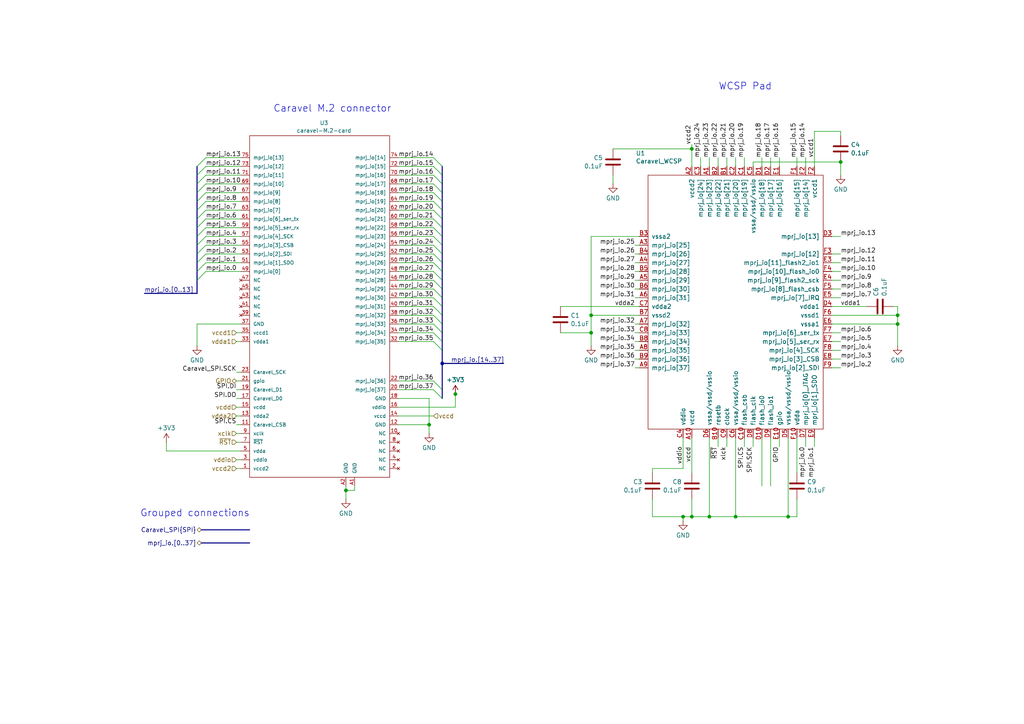
<source format=kicad_sch>
(kicad_sch (version 20231120) (generator "eeschema") (generator_version "8.0")
  (paper "A4")
  (title_block (title "Caravel Connections") (date "2024-05-30") (rev "0.1"))
  (lib_symbols
    (symbol "Caravel_board:Caravel_WCSP" (pin_names (offset 1.016))
      (property "Reference" "U" (at 0 2.54 0))
      (property "Value" "Caravel_WCSP" (at 0 -2.54 0))
      (symbol "Caravel_WCSP_0_1"
        (rectangle (start -24.13 31.75) (end 26.67 -41.91))
      )
      (symbol "Caravel_WCSP_1_1"
        (pin bidirectional line (at -6.35 34.29 270) (length 2.54) (name "mprj_io[23]") (number "A1"))
        (pin power_in line (at -11.43 -44.45 90) (length 2.54) (name "vccd") (number "A10"))
        (pin power_in line (at -11.43 34.29 270) (length 2.54) (name "vccd2") (number "A2"))
        (pin bidirectional line (at -26.67 11.43 0) (length 2.54) (name "mprj_io[25]") (number "A3"))
        (pin bidirectional line (at -26.67 6.35 0) (length 2.54) (name "mprj_io[27]") (number "A4"))
        (pin bidirectional line (at -26.67 1.27 0) (length 2.54) (name "mprj_io[29]") (number "A5"))
        (pin bidirectional line (at -26.67 -3.81 0) (length 2.54) (name "mprj_io[31]") (number "A6"))
        (pin bidirectional line (at -26.67 -11.43 0) (length 2.54) (name "mprj_io[32]") (number "A7"))
        (pin bidirectional line (at -26.67 -19.05 0) (length 2.54) (name "mprj_io[35]") (number "A8"))
        (pin bidirectional line (at -26.67 -24.13 0) (length 2.54) (name "mprj_io[37]") (number "A9"))
        (pin bidirectional line (at -1.27 34.29 270) (length 2.54) (name "mprj_io[21]") (number "B1"))
        (pin input line (at -3.81 -44.45 90) (length 2.54) (name "resetb") (number "B10"))
        (pin bidirectional line (at -3.81 34.29 270) (length 2.54) (name "mprj_io[22]") (number "B2"))
        (pin power_in line (at -26.67 13.97 0) (length 2.54) (name "vssa2") (number "B3"))
        (pin bidirectional line (at -26.67 8.89 0) (length 2.54) (name "mprj_io[26]") (number "B4"))
        (pin bidirectional line (at -26.67 3.81 0) (length 2.54) (name "mprj_io[28]") (number "B5"))
        (pin bidirectional line (at -26.67 -1.27 0) (length 2.54) (name "mprj_io[30]") (number "B6"))
        (pin power_in line (at -26.67 -8.89 0) (length 2.54) (name "vssd2") (number "B7"))
        (pin bidirectional line (at -26.67 -16.51 0) (length 2.54) (name "mprj_io[34]") (number "B8"))
        (pin bidirectional line (at -26.67 -21.59 0) (length 2.54) (name "mprj_io[36]") (number "B9"))
        (pin bidirectional line (at 3.81 34.29 270) (length 2.54) (name "mprj_io[19]") (number "C1"))
        (pin output line (at 3.81 -44.45 90) (length 2.54) (name "flash_csb") (number "C10"))
        (pin bidirectional line (at 1.27 34.29 270) (length 2.54) (name "mprj_io[20]") (number "C2"))
        (pin bidirectional line (at -8.89 34.29 270) (length 2.54) (name "mprj_io[24]") (number "C3"))
        (pin power_in line (at -13.97 -44.45 90) (length 2.54) (name "vddio") (number "C4"))
        (pin power_in line (at 6.35 34.29 270) (length 2.54) (name "vssa/vssd/vssio") (number "C5"))
        (pin power_in line (at 1.27 -44.45 90) (length 2.54) (name "vssa/vssd/vssio") (number "C6"))
        (pin power_in line (at -26.67 -6.35 0) (length 2.54) (name "vdda2") (number "C7"))
        (pin bidirectional line (at -26.67 -13.97 0) (length 2.54) (name "mprj_io[33]") (number "C8"))
        (pin input line (at -1.27 -44.45 90) (length 2.54) (name "clock") (number "C9"))
        (pin bidirectional line (at 8.89 34.29 270) (length 2.54) (name "mprj_io[18]") (number "D1"))
        (pin bidirectional line (at 8.89 -44.45 90) (length 2.54) (name "flash_io0") (number "D10"))
        (pin bidirectional line (at 11.43 34.29 270) (length 2.54) (name "mprj_io[17]") (number "D2"))
        (pin bidirectional line (at 29.21 13.97 180) (length 2.54) (name "mprj_io[13]") (number "D3"))
        (pin power_in line (at 29.21 -6.35 180) (length 2.54) (name "vdda1") (number "D4"))
        (pin power_in line (at 16.51 -44.45 90) (length 2.54) (name "vssa/vssd/vssio") (number "D5"))
        (pin power_in line (at -6.35 -44.45 90) (length 2.54) (name "vssa/vssd/vssio") (number "D6"))
        (pin bidirectional line (at 21.59 -44.45 90) (length 2.54) (name "mprj_io[0]_JTAG") (number "D7"))
        (pin output line (at 6.35 -44.45 90) (length 2.54) (name "flash_clk") (number "D8"))
        (pin bidirectional line (at 11.43 -44.45 90) (length 2.54) (name "flash_io1") (number "D9"))
        (pin bidirectional line (at 13.97 34.29 270) (length 2.54) (name "mprj_io[16]") (number "E1"))
        (pin bidirectional line (at 13.97 -44.45 90) (length 2.54) (name "gpio") (number "E10"))
        (pin bidirectional line (at 21.59 34.29 270) (length 2.54) (name "mprj_io[14]") (number "E2"))
        (pin bidirectional line (at 29.21 6.35 180) (length 2.54) (name "mprj_io[11]_flash2_io1") (number "E3"))
        (pin bidirectional line (at 29.21 1.27 180) (length 2.54) (name "mprj_io[9]_flash2_sck") (number "E4"))
        (pin bidirectional line (at 29.21 -3.81 180) (length 2.54) (name "mprj_io[7]_IRQ") (number "E5"))
        (pin power_in line (at 29.21 -11.43 180) (length 2.54) (name "vssa1") (number "E6"))
        (pin bidirectional line (at 29.21 -16.51 180) (length 2.54) (name "mprj_io[5]_ser_rx") (number "E7"))
        (pin bidirectional line (at 29.21 -21.59 180) (length 2.54) (name "mprj_io[3]_CSB") (number "E8"))
        (pin bidirectional line (at 24.13 -44.45 90) (length 2.54) (name "mprj_io[1]_SDO") (number "E9"))
        (pin bidirectional line (at 19.05 34.29 270) (length 2.54) (name "mprj_io[15]") (number "F1"))
        (pin power_in line (at 19.05 -44.45 90) (length 2.54) (name "vdda") (number "F10"))
        (pin power_in line (at 24.13 34.29 270) (length 2.54) (name "vccd1") (number "F2"))
        (pin bidirectional line (at 29.21 8.89 180) (length 2.54) (name "mprj_io[12]") (number "F3"))
        (pin bidirectional line (at 29.21 3.81 180) (length 2.54) (name "mprj_io[10]_flash_io0") (number "F4"))
        (pin bidirectional line (at 29.21 -1.27 180) (length 2.54) (name "mprj_io[8]_flash_csb") (number "F5"))
        (pin power_in line (at 29.21 -8.89 180) (length 2.54) (name "vssd1") (number "F6"))
        (pin bidirectional line (at 29.21 -13.97 180) (length 2.54) (name "mprj_io[6]_ser_tx") (number "F7"))
        (pin bidirectional line (at 29.21 -19.05 180) (length 2.54) (name "mprj_io[4]_SCK") (number "F8"))
        (pin bidirectional line (at 29.21 -24.13 180) (length 2.54) (name "mprj_io[2]_SDI") (number "F9"))
      )
    )
    (symbol "Caravel_board:caravel-M.2-card" (pin_names (offset 1.016))
      (property "Reference" "U" (at -19.05 53.848 0))
      (property "Value" "caravel-M.2-card" (at -19.05 -48.26 0))
      (symbol "caravel-M.2-card_1_0"
        (polyline (pts (xy -21.59 -45.72) (xy -21.59 53.34)))
        (polyline (pts (xy -21.59 53.34) (xy 19.05 53.34)))
        (polyline (pts (xy 19.05 -45.72) (xy -21.59 -45.72)))
        (polyline (pts (xy 19.05 53.34) (xy 19.05 -45.72)))
      )
      (symbol "caravel-M.2-card_1_1"
        (pin power_in line (at -24.13 -43.18 0) (length 2.54) (name "vccd2") (number "1"))
        (pin no_connect line (at 21.59 -33.02 180) (length 2.54) (name "NC") (number "10"))
        (pin bidirectional line (at -24.13 -30.48 0) (length 2.54) (name "Caravel_CSB") (number "11"))
        (pin power_in line (at 21.59 -30.48 180) (length 2.54) (name "GND") (number "12"))
        (pin power_in line (at -24.13 -27.94 0) (length 2.54) (name "vdda2") (number "13"))
        (pin power_in line (at 21.59 -27.94 180) (length 2.54) (name "vccd") (number "14"))
        (pin power_in line (at -24.13 -25.4 0) (length 2.54) (name "vcdd") (number "15"))
        (pin power_in line (at 21.59 -25.4 180) (length 2.54) (name "vddio") (number "16"))
        (pin bidirectional line (at -24.13 -22.86 0) (length 2.54) (name "Caravel_D0") (number "17"))
        (pin power_in line (at 21.59 -22.86 180) (length 2.54) (name "GND") (number "18"))
        (pin bidirectional line (at -24.13 -20.32 0) (length 2.54) (name "Caravel_D1") (number "19"))
        (pin no_connect line (at 21.59 -43.18 180) (length 2.54) (name "NC") (number "2"))
        (pin bidirectional line (at 21.59 -20.32 180) (length 2.54) (name "mprj_io[37]") (number "20"))
        (pin bidirectional line (at -24.13 -17.78 0) (length 2.54) (name "gpio") (number "21"))
        (pin bidirectional line (at 21.59 -17.78 180) (length 2.54) (name "mprj_io[36]") (number "22"))
        (pin bidirectional line (at -24.13 -15.24 0) (length 2.54) (name "Caravel_SCK") (number "23"))
        (pin power_in line (at -24.13 -40.64 0) (length 2.54) (name "vddio") (number "3"))
        (pin bidirectional line (at 21.59 -6.35 180) (length 2.54) (name "mprj_io[35]") (number "32"))
        (pin power_in line (at -24.13 -6.35 0) (length 2.54) (name "vdda1") (number "33"))
        (pin bidirectional line (at 21.59 -3.81 180) (length 2.54) (name "mprj_io[34]") (number "34"))
        (pin power_in line (at -24.13 -3.81 0) (length 2.54) (name "vccd1") (number "35"))
        (pin bidirectional line (at 21.59 -1.27 180) (length 2.54) (name "mprj_io[33]") (number "36"))
        (pin power_in line (at -24.13 -1.27 0) (length 2.54) (name "GND") (number "37"))
        (pin bidirectional line (at 21.59 1.27 180) (length 2.54) (name "mprj_io[32]") (number "38"))
        (pin no_connect line (at -24.13 1.27 0) (length 2.54) (name "NC") (number "39"))
        (pin no_connect line (at 21.59 -40.64 180) (length 2.54) (name "NC") (number "4"))
        (pin bidirectional line (at 21.59 3.81 180) (length 2.54) (name "mprj_io[31]") (number "40"))
        (pin no_connect line (at -24.13 3.81 0) (length 2.54) (name "NC") (number "41"))
        (pin bidirectional line (at 21.59 6.35 180) (length 2.54) (name "mprj_io[30]") (number "42"))
        (pin no_connect line (at -24.13 6.35 0) (length 2.54) (name "NC") (number "43"))
        (pin bidirectional line (at 21.59 8.89 180) (length 2.54) (name "mprj_io[29]") (number "44"))
        (pin no_connect line (at -24.13 8.89 0) (length 2.54) (name "NC") (number "45"))
        (pin bidirectional line (at 21.59 11.43 180) (length 2.54) (name "mprj_io[28]") (number "46"))
        (pin no_connect line (at -24.13 11.43 0) (length 2.54) (name "NC") (number "47"))
        (pin bidirectional line (at 21.59 13.97 180) (length 2.54) (name "mprj_io[27]") (number "48"))
        (pin bidirectional line (at -24.13 13.97 0) (length 2.54) (name "mprj_io[0]") (number "49"))
        (pin power_in line (at -24.13 -38.1 0) (length 2.54) (name "vdda") (number "5"))
        (pin bidirectional line (at 21.59 16.51 180) (length 2.54) (name "mprj_io[26]") (number "50"))
        (pin bidirectional line (at -24.13 16.51 0) (length 2.54) (name "mprj_io[1]_SDO") (number "51"))
        (pin bidirectional line (at 21.59 19.05 180) (length 2.54) (name "mprj_io[25]") (number "52"))
        (pin bidirectional line (at -24.13 19.05 0) (length 2.54) (name "mprj_io[2]_SDI") (number "53"))
        (pin bidirectional line (at 21.59 21.59 180) (length 2.54) (name "mprj_io[24]") (number "54"))
        (pin bidirectional line (at -24.13 21.59 0) (length 2.54) (name "mprj_io[3]_CSB") (number "55"))
        (pin bidirectional line (at 21.59 24.13 180) (length 2.54) (name "mprj_io[23]") (number "56"))
        (pin bidirectional line (at -24.13 24.13 0) (length 2.54) (name "mprj_io[4]_SCK") (number "57"))
        (pin bidirectional line (at 21.59 26.67 180) (length 2.54) (name "mprj_io[22]") (number "58"))
        (pin bidirectional line (at -24.13 26.67 0) (length 2.54) (name "mprj_io[5]_ser_rx") (number "59"))
        (pin no_connect line (at 21.59 -38.1 180) (length 2.54) (name "NC") (number "6"))
        (pin bidirectional line (at 21.59 29.21 180) (length 2.54) (name "mprj_io[21]") (number "60"))
        (pin bidirectional line (at -24.13 29.21 0) (length 2.54) (name "mprj_io[6]_ser_tx") (number "61"))
        (pin bidirectional line (at 21.59 31.75 180) (length 2.54) (name "mprj_io[20]") (number "62"))
        (pin bidirectional line (at -24.13 31.75 0) (length 2.54) (name "mprj_io[7]") (number "63"))
        (pin bidirectional line (at 21.59 34.29 180) (length 2.54) (name "mprj_io[19]") (number "64"))
        (pin bidirectional line (at -24.13 34.29 0) (length 2.54) (name "mprj_io[8]") (number "65"))
        (pin bidirectional line (at 21.59 36.83 180) (length 2.54) (name "mprj_io[18]") (number "66"))
        (pin bidirectional line (at -24.13 36.83 0) (length 2.54) (name "mprj_io[9]") (number "67"))
        (pin bidirectional line (at 21.59 39.37 180) (length 2.54) (name "mprj_io[17]") (number "68"))
        (pin bidirectional line (at -24.13 39.37 0) (length 2.54) (name "mprj_io[10]") (number "69"))
        (pin input line (at -24.13 -35.56 0) (length 2.54) (name "~{RST}") (number "7"))
        (pin bidirectional line (at 21.59 41.91 180) (length 2.54) (name "mprj_io[16]") (number "70"))
        (pin bidirectional line (at -24.13 41.91 0) (length 2.54) (name "mprj_io[11]") (number "71"))
        (pin bidirectional line (at 21.59 44.45 180) (length 2.54) (name "mprj_io[15]") (number "72"))
        (pin bidirectional line (at -24.13 44.45 0) (length 2.54) (name "mprj_io[12]") (number "73"))
        (pin bidirectional line (at 21.59 46.99 180) (length 2.54) (name "mprj_io[14]") (number "74"))
        (pin bidirectional line (at -24.13 46.99 0) (length 2.54) (name "mprj_io[13]") (number "75"))
        (pin no_connect line (at 21.59 -35.56 180) (length 2.54) (name "NC") (number "8"))
        (pin input line (at -24.13 -33.02 0) (length 2.54) (name "xclk") (number "9"))
        (pin power_in line (at 8.89 -48.26 90) (length 2.54) (name "GND") (number "A1"))
        (pin power_in line (at 6.35 -48.26 90) (length 2.54) (name "GND") (number "A2"))
      )
    )
    (symbol "Device:C" (pin_numbers hide) (pin_names (offset 0.254))
      (property "Reference" "C" (at 0.635 2.54 0))
      (property "Value" "C" (at 0.635 -2.54 0))
      (symbol "C_0_1"
        (polyline (pts (xy -2.032 -0.762) (xy 2.032 -0.762)) (stroke (width 0.508)))
        (polyline (pts (xy -2.032 0.762) (xy 2.032 0.762)) (stroke (width 0.508)))
      )
      (symbol "C_1_1"
        (pin passive line (at 0 3.81 270) (length 2.794) (name "~") (number "1"))
        (pin passive line (at 0 -3.81 90) (length 2.794) (name "~") (number "2"))
      )
    )
    (symbol "power:+3V3" (power) (pin_numbers hide) (pin_names (offset 0) hide)
      (property "Value" "+3V3" (at 0 3.556 0))
      (symbol "+3V3_0_1"
        (polyline (pts (xy -0.762 1.27) (xy 0 2.54)))
        (polyline (pts (xy 0 0) (xy 0 2.54)))
        (polyline (pts (xy 0 2.54) (xy 0.762 1.27)))
      )
      (symbol "+3V3_1_1"
        (pin power_in line (at 0 0 90) (length 0) (name "~") (number "1"))
      )
    )
    (symbol "power:GND" (power) (pin_numbers hide) (pin_names (offset 0) hide)
      (property "Value" "GND" (at 0 -3.81 0))
      (symbol "GND_0_1"
        (polyline (pts (xy 0 0) (xy 0 -1.27) (xy 1.27 -1.27) (xy 0 -2.54) (xy -1.27 -1.27) (xy 0 -1.27)))
      )
      (symbol "GND_1_1"
        (pin power_in line (at 0 0 270) (length 0) (name "~") (number "1"))
      )
    )
  )
  (junction (at 200.66 43.18))
  (junction (at 198.12 149.86))
  (junction (at 243.84 46.99))
  (junction (at 228.6 149.86))
  (junction (at 128.27 105.41))
  (junction (at 100.33 142.24))
  (junction (at 260.35 91.44))
  (junction (at 171.45 96.52))
  (junction (at 171.45 91.44))
  (junction (at 200.66 149.86))
  (junction (at 132.08 114.3))
  (junction (at 260.35 93.98))
  (junction (at 213.36 149.86))
  (junction (at 124.46 123.19))
  (junction (at 205.74 149.86))
  (bus_entry (at 125.73 88.9) (size 2.54 2.54))
  (bus_entry (at 59.69 50.8) (size -2.54 2.54))
  (bus_entry (at 125.73 91.44) (size 2.54 2.54))
  (bus_entry (at 125.73 73.66) (size 2.54 2.54))
  (bus_entry (at 125.73 55.88) (size 2.54 2.54))
  (bus_entry (at 59.69 55.88) (size -2.54 2.54))
  (bus_entry (at 125.73 113.03) (size 2.54 2.54))
  (bus_entry (at 59.69 60.96) (size -2.54 2.54))
  (bus_entry (at 125.73 96.52) (size 2.54 2.54))
  (bus_entry (at 125.73 63.5) (size 2.54 2.54))
  (bus_entry (at 125.73 71.12) (size 2.54 2.54))
  (bus_entry (at 59.69 58.42) (size -2.54 2.54))
  (bus_entry (at 59.69 63.5) (size -2.54 2.54))
  (bus_entry (at 125.73 58.42) (size 2.54 2.54))
  (bus_entry (at 125.73 93.98) (size 2.54 2.54))
  (bus_entry (at 59.69 71.12) (size -2.54 2.54))
  (bus_entry (at 125.73 86.36) (size 2.54 2.54))
  (bus_entry (at 125.73 78.74) (size 2.54 2.54))
  (bus_entry (at 125.73 110.49) (size 2.54 2.54))
  (bus_entry (at 125.73 83.82) (size 2.54 2.54))
  (bus_entry (at 125.73 68.58) (size 2.54 2.54))
  (bus_entry (at 125.73 76.2) (size 2.54 2.54))
  (bus_entry (at 125.73 81.28) (size 2.54 2.54))
  (bus_entry (at 59.69 45.72) (size -2.54 2.54))
  (bus_entry (at 59.69 48.26) (size -2.54 2.54))
  (bus_entry (at 59.69 66.04) (size -2.54 2.54))
  (bus_entry (at 125.73 60.96) (size 2.54 2.54))
  (bus_entry (at 59.69 68.58) (size -2.54 2.54))
  (bus_entry (at 59.69 76.2) (size -2.54 2.54))
  (bus_entry (at 59.69 53.34) (size -2.54 2.54))
  (bus_entry (at 125.73 48.26) (size 2.54 2.54))
  (bus_entry (at 125.73 53.34) (size 2.54 2.54))
  (bus_entry (at 125.73 99.06) (size 2.54 2.54))
  (bus_entry (at 125.73 45.72) (size 2.54 2.54))
  (bus_entry (at 59.69 73.66) (size -2.54 2.54))
  (bus_entry (at 125.73 66.04) (size 2.54 2.54))
  (bus_entry (at 125.73 50.8) (size 2.54 2.54))
  (bus_entry (at 59.69 78.74) (size -2.54 2.54))
  (bus (pts (xy 128.27 78.74) (xy 128.27 81.28)))
  (bus (pts (xy 128.27 73.66) (xy 128.27 76.2)))
  (wire (pts (xy 171.45 91.44) (xy 185.42 91.44)))
  (wire (pts (xy 228.6 149.86) (xy 213.36 149.86)))
  (wire (pts (xy 243.84 38.1) (xy 243.84 39.37)))
  (wire (pts (xy 68.58 110.49) (xy 69.85 110.49)))
  (wire (pts (xy 243.84 78.74) (xy 241.3 78.74)))
  (wire (pts (xy 200.66 149.86) (xy 205.74 149.86)))
  (bus (pts (xy 128.27 50.8) (xy 128.27 53.34)))
  (wire (pts (xy 236.22 38.1) (xy 236.22 48.26)))
  (wire (pts (xy 228.6 127) (xy 228.6 149.86)))
  (wire (pts (xy 260.35 93.98) (xy 260.35 100.33)))
  (bus (pts (xy 58.42 153.67) (xy 72.39 153.67)))
  (wire (pts (xy 243.84 101.6) (xy 241.3 101.6)))
  (wire (pts (xy 200.66 43.18) (xy 200.66 48.26)))
  (wire (pts (xy 68.58 118.11) (xy 69.85 118.11)))
  (bus (pts (xy 57.15 68.58) (xy 57.15 71.12)))
  (bus (pts (xy 58.42 157.48) (xy 72.39 157.48)))
  (wire (pts (xy 177.8 43.18) (xy 200.66 43.18)))
  (wire (pts (xy 57.15 93.98) (xy 57.15 100.33)))
  (wire (pts (xy 184.15 96.52) (xy 185.42 96.52)))
  (wire (pts (xy 260.35 93.98) (xy 260.35 91.44)))
  (bus (pts (xy 57.15 63.5) (xy 57.15 66.04)))
  (wire (pts (xy 226.06 127) (xy 226.06 129.54)))
  (bus (pts (xy 128.27 58.42) (xy 128.27 60.96)))
  (wire (pts (xy 184.15 93.98) (xy 185.42 93.98)))
  (wire (pts (xy 115.57 73.66) (xy 125.73 73.66)))
  (wire (pts (xy 231.14 149.86) (xy 228.6 149.86)))
  (wire (pts (xy 59.69 45.72) (xy 69.85 45.72)))
  (wire (pts (xy 241.3 88.9) (xy 251.46 88.9)))
  (bus (pts (xy 128.27 101.6) (xy 128.27 105.41)))
  (wire (pts (xy 198.12 149.86) (xy 198.12 151.13)))
  (bus (pts (xy 57.15 78.74) (xy 57.15 81.28)))
  (wire (pts (xy 162.56 88.9) (xy 185.42 88.9)))
  (wire (pts (xy 184.15 104.14) (xy 185.42 104.14)))
  (wire (pts (xy 132.08 114.3) (xy 132.08 118.11)))
  (wire (pts (xy 241.3 96.52) (xy 243.84 96.52)))
  (wire (pts (xy 205.74 149.86) (xy 213.36 149.86)))
  (wire (pts (xy 241.3 93.98) (xy 260.35 93.98)))
  (wire (pts (xy 184.15 71.12) (xy 185.42 71.12)))
  (bus (pts (xy 57.15 71.12) (xy 57.15 73.66)))
  (wire (pts (xy 115.57 118.11) (xy 132.08 118.11)))
  (wire (pts (xy 200.66 144.78) (xy 200.66 149.86)))
  (bus (pts (xy 128.27 71.12) (xy 128.27 73.66)))
  (wire (pts (xy 223.52 45.72) (xy 223.52 48.26)))
  (wire (pts (xy 69.85 99.06) (xy 68.58 99.06)))
  (wire (pts (xy 59.69 73.66) (xy 69.85 73.66)))
  (wire (pts (xy 59.69 68.58) (xy 69.85 68.58)))
  (wire (pts (xy 115.57 50.8) (xy 125.73 50.8)))
  (bus (pts (xy 128.27 105.41) (xy 146.05 105.41)))
  (wire (pts (xy 243.84 83.82) (xy 241.3 83.82)))
  (wire (pts (xy 115.57 115.57) (xy 124.46 115.57)))
  (wire (pts (xy 184.15 81.28) (xy 185.42 81.28)))
  (wire (pts (xy 59.69 63.5) (xy 69.85 63.5)))
  (bus (pts (xy 128.27 86.36) (xy 128.27 88.9)))
  (bus (pts (xy 128.27 113.03) (xy 128.27 115.57)))
  (wire (pts (xy 184.15 86.36) (xy 185.42 86.36)))
  (wire (pts (xy 115.57 63.5) (xy 125.73 63.5)))
  (bus (pts (xy 128.27 105.41) (xy 128.27 113.03)))
  (wire (pts (xy 243.84 104.14) (xy 241.3 104.14)))
  (wire (pts (xy 59.69 50.8) (xy 69.85 50.8)))
  (wire (pts (xy 48.26 130.81) (xy 69.85 130.81)))
  (wire (pts (xy 59.69 76.2) (xy 69.85 76.2)))
  (wire (pts (xy 218.44 127) (xy 218.44 129.54)))
  (wire (pts (xy 68.58 115.57) (xy 69.85 115.57)))
  (wire (pts (xy 184.15 76.2) (xy 185.42 76.2)))
  (wire (pts (xy 260.35 88.9) (xy 260.35 91.44)))
  (bus (pts (xy 128.27 83.82) (xy 128.27 86.36)))
  (wire (pts (xy 243.84 68.58) (xy 241.3 68.58)))
  (wire (pts (xy 115.57 78.74) (xy 125.73 78.74)))
  (bus (pts (xy 57.15 73.66) (xy 57.15 76.2)))
  (wire (pts (xy 215.9 45.72) (xy 215.9 48.26)))
  (bus (pts (xy 128.27 76.2) (xy 128.27 78.74)))
  (wire (pts (xy 115.57 123.19) (xy 124.46 123.19)))
  (wire (pts (xy 68.58 96.52) (xy 69.85 96.52)))
  (wire (pts (xy 68.58 128.27) (xy 69.85 128.27)))
  (wire (pts (xy 220.98 45.72) (xy 220.98 48.26)))
  (wire (pts (xy 184.15 78.74) (xy 185.42 78.74)))
  (wire (pts (xy 171.45 91.44) (xy 171.45 96.52)))
  (bus (pts (xy 57.15 60.96) (xy 57.15 63.5)))
  (wire (pts (xy 200.66 149.86) (xy 198.12 149.86)))
  (wire (pts (xy 59.69 66.04) (xy 69.85 66.04)))
  (wire (pts (xy 68.58 107.95) (xy 69.85 107.95)))
  (wire (pts (xy 189.23 149.86) (xy 198.12 149.86)))
  (wire (pts (xy 115.57 96.52) (xy 125.73 96.52)))
  (bus (pts (xy 128.27 93.98) (xy 128.27 96.52)))
  (bus (pts (xy 57.15 76.2) (xy 57.15 78.74)))
  (bus (pts (xy 41.91 85.09) (xy 57.15 85.09)))
  (wire (pts (xy 68.58 135.89) (xy 69.85 135.89)))
  (bus (pts (xy 57.15 81.28) (xy 57.15 85.09)))
  (wire (pts (xy 100.33 142.24) (xy 100.33 144.78)))
  (bus (pts (xy 128.27 66.04) (xy 128.27 68.58)))
  (wire (pts (xy 243.84 81.28) (xy 241.3 81.28)))
  (wire (pts (xy 115.57 53.34) (xy 125.73 53.34)))
  (wire (pts (xy 220.98 127) (xy 220.98 140.97)))
  (wire (pts (xy 59.69 78.74) (xy 69.85 78.74)))
  (wire (pts (xy 115.57 91.44) (xy 125.73 91.44)))
  (wire (pts (xy 231.14 127) (xy 231.14 137.16)))
  (bus (pts (xy 128.27 53.34) (xy 128.27 55.88)))
  (wire (pts (xy 231.14 144.78) (xy 231.14 149.86)))
  (wire (pts (xy 115.57 68.58) (xy 125.73 68.58)))
  (bus (pts (xy 128.27 55.88) (xy 128.27 58.42)))
  (wire (pts (xy 231.14 45.72) (xy 231.14 48.26)))
  (wire (pts (xy 171.45 68.58) (xy 185.42 68.58)))
  (wire (pts (xy 184.15 83.82) (xy 185.42 83.82)))
  (wire (pts (xy 233.68 45.72) (xy 233.68 48.26)))
  (wire (pts (xy 100.33 142.24) (xy 102.87 142.24)))
  (wire (pts (xy 171.45 96.52) (xy 171.45 100.33)))
  (wire (pts (xy 210.82 45.72) (xy 210.82 48.26)))
  (wire (pts (xy 213.36 45.72) (xy 213.36 48.26)))
  (bus (pts (xy 128.27 88.9) (xy 128.27 91.44)))
  (wire (pts (xy 243.84 73.66) (xy 241.3 73.66)))
  (wire (pts (xy 115.57 120.65) (xy 125.73 120.65)))
  (wire (pts (xy 102.87 142.24) (xy 102.87 140.97)))
  (wire (pts (xy 208.28 127) (xy 208.28 129.54)))
  (wire (pts (xy 218.44 46.99) (xy 218.44 48.26)))
  (wire (pts (xy 236.22 38.1) (xy 243.84 38.1)))
  (wire (pts (xy 200.66 41.91) (xy 200.66 43.18)))
  (wire (pts (xy 236.22 127) (xy 236.22 129.54)))
  (wire (pts (xy 243.84 76.2) (xy 241.3 76.2)))
  (wire (pts (xy 200.66 127) (xy 200.66 137.16)))
  (wire (pts (xy 233.68 127) (xy 233.68 129.54)))
  (wire (pts (xy 59.69 48.26) (xy 69.85 48.26)))
  (wire (pts (xy 198.12 127) (xy 198.12 135.89)))
  (wire (pts (xy 210.82 127) (xy 210.82 129.54)))
  (bus (pts (xy 57.15 50.8) (xy 57.15 53.34)))
  (wire (pts (xy 115.57 93.98) (xy 125.73 93.98)))
  (wire (pts (xy 69.85 93.98) (xy 57.15 93.98)))
  (wire (pts (xy 213.36 127) (xy 213.36 149.86)))
  (wire (pts (xy 184.15 101.6) (xy 185.42 101.6)))
  (bus (pts (xy 128.27 68.58) (xy 128.27 71.12)))
  (wire (pts (xy 205.74 127) (xy 205.74 149.86)))
  (wire (pts (xy 124.46 115.57) (xy 124.46 123.19)))
  (wire (pts (xy 115.57 113.03) (xy 125.73 113.03)))
  (wire (pts (xy 115.57 76.2) (xy 125.73 76.2)))
  (wire (pts (xy 241.3 91.44) (xy 260.35 91.44)))
  (wire (pts (xy 59.69 55.88) (xy 69.85 55.88)))
  (wire (pts (xy 115.57 66.04) (xy 125.73 66.04)))
  (wire (pts (xy 189.23 135.89) (xy 198.12 135.89)))
  (bus (pts (xy 57.15 55.88) (xy 57.15 58.42)))
  (bus (pts (xy 57.15 66.04) (xy 57.15 68.58)))
  (bus (pts (xy 128.27 60.96) (xy 128.27 63.5)))
  (bus (pts (xy 57.15 53.34) (xy 57.15 55.88)))
  (wire (pts (xy 115.57 99.06) (xy 125.73 99.06)))
  (wire (pts (xy 68.58 120.65) (xy 69.85 120.65)))
  (wire (pts (xy 100.33 140.97) (xy 100.33 142.24)))
  (bus (pts (xy 57.15 58.42) (xy 57.15 60.96)))
  (wire (pts (xy 115.57 81.28) (xy 125.73 81.28)))
  (wire (pts (xy 184.15 73.66) (xy 185.42 73.66)))
  (wire (pts (xy 68.58 123.19) (xy 69.85 123.19)))
  (bus (pts (xy 128.27 99.06) (xy 128.27 101.6)))
  (bus (pts (xy 128.27 91.44) (xy 128.27 93.98)))
  (wire (pts (xy 241.3 86.36) (xy 243.84 86.36)))
  (wire (pts (xy 68.58 125.73) (xy 69.85 125.73)))
  (wire (pts (xy 115.57 83.82) (xy 125.73 83.82)))
  (wire (pts (xy 189.23 144.78) (xy 189.23 149.86)))
  (bus (pts (xy 128.27 81.28) (xy 128.27 83.82)))
  (wire (pts (xy 241.3 106.68) (xy 243.84 106.68)))
  (wire (pts (xy 162.56 96.52) (xy 171.45 96.52)))
  (wire (pts (xy 115.57 55.88) (xy 125.73 55.88)))
  (wire (pts (xy 115.57 48.26) (xy 125.73 48.26)))
  (wire (pts (xy 184.15 106.68) (xy 185.42 106.68)))
  (wire (pts (xy 223.52 127) (xy 223.52 140.97)))
  (wire (pts (xy 115.57 58.42) (xy 125.73 58.42)))
  (bus (pts (xy 57.15 48.26) (xy 57.15 50.8)))
  (wire (pts (xy 208.28 45.72) (xy 208.28 48.26)))
  (bus (pts (xy 128.27 63.5) (xy 128.27 66.04)))
  (wire (pts (xy 218.44 46.99) (xy 243.84 46.99)))
  (wire (pts (xy 184.15 99.06) (xy 185.42 99.06)))
  (wire (pts (xy 115.57 45.72) (xy 125.73 45.72)))
  (wire (pts (xy 226.06 45.72) (xy 226.06 48.26)))
  (wire (pts (xy 115.57 110.49) (xy 125.73 110.49)))
  (wire (pts (xy 189.23 135.89) (xy 189.23 137.16)))
  (wire (pts (xy 59.69 53.34) (xy 69.85 53.34)))
  (wire (pts (xy 115.57 60.96) (xy 125.73 60.96)))
  (bus (pts (xy 128.27 96.52) (xy 128.27 99.06)))
  (wire (pts (xy 205.74 45.72) (xy 205.74 48.26)))
  (wire (pts (xy 68.58 113.03) (xy 69.85 113.03)))
  (wire (pts (xy 68.58 133.35) (xy 69.85 133.35)))
  (wire (pts (xy 259.08 88.9) (xy 260.35 88.9)))
  (wire (pts (xy 59.69 58.42) (xy 69.85 58.42)))
  (wire (pts (xy 59.69 60.96) (xy 69.85 60.96)))
  (wire (pts (xy 59.69 71.12) (xy 69.85 71.12)))
  (wire (pts (xy 48.26 128.27) (xy 48.26 130.81)))
  (wire (pts (xy 243.84 46.99) (xy 243.84 50.8)))
  (wire (pts (xy 203.2 45.72) (xy 203.2 48.26)))
  (wire (pts (xy 177.8 50.8) (xy 177.8 53.34)))
  (wire (pts (xy 115.57 86.36) (xy 125.73 86.36)))
  (wire (pts (xy 215.9 127) (xy 215.9 129.54)))
  (wire (pts (xy 171.45 91.44) (xy 171.45 68.58)))
  (wire (pts (xy 243.84 99.06) (xy 241.3 99.06)))
  (wire (pts (xy 115.57 88.9) (xy 125.73 88.9)))
  (wire (pts (xy 124.46 125.73) (xy 124.46 123.19)))
  (bus (pts (xy 128.27 48.26) (xy 128.27 50.8)))
  (wire (pts (xy 115.57 71.12) (xy 125.73 71.12)))
  (text "Caravel M.2 connector" (at 79.248 32.766 0) (effects (font (size 2 2)) (justify left bottom)))
  (text "Grouped connections" (at 40.64 150.114 0) (effects (font (size 2 2)) (justify left bottom)))
  (text "WCSP Pad" (at 216.154 25.146 0) (effects (font (size 2 2))))
  (label "SPI.SCK" (at 218.44 129.54 270))
  (label "mprj_io.14" (at 233.68 45.72 90))
  (label "mprj_io.33" (at 184.15 96.52 180))
  (label "mprj_io.5" (at 59.69 66.04 0))
  (label "mprj_io.25" (at 184.15 71.12 180))
  (label "mprj_io.17" (at 115.57 53.34 0))
  (label "mprj_io.13" (at 243.84 68.58 0))
  (label "mprj_io.25" (at 115.57 73.66 0))
  (label "mprj_io.8" (at 243.84 83.82 0))
  (label "SPI.DO" (at 68.58 115.57 180))
  (label "mprj_io.29" (at 184.15 81.28 180))
  (label "mprj_io.26" (at 184.15 73.66 180))
  (label "mprj_io.35" (at 115.57 99.06 0))
  (label "mprj_io.7" (at 59.69 60.96 0))
  (label "mprj_io.7" (at 243.84 86.36 0))
  (label "~{RST}" (at 208.28 129.54 270))
  (label "mprj_io.1" (at 236.22 129.54 270))
  (label "mprj_io.21" (at 115.57 63.5 0))
  (label "mprj_io.2" (at 243.84 106.68 0))
  (label "mprj_io.6" (at 243.84 96.52 0))
  (label "mprj_io.19" (at 215.9 45.72 90))
  (label "mprj_io.21" (at 210.82 45.72 90))
  (label "mprj_io.32" (at 184.15 93.98 180))
  (label "mprj_io.11" (at 59.69 50.8 0))
  (label "mprj_io.12" (at 243.84 73.66 0))
  (label "mprj_io.0" (at 233.68 129.54 270))
  (label "mprj_io.27" (at 184.15 76.2 180))
  (label "mprj_io.19" (at 115.57 58.42 0))
  (label "mprj_io.35" (at 184.15 101.6 180))
  (label "mprj_io.29" (at 115.57 83.82 0))
  (label "mprj_io.23" (at 115.57 68.58 0))
  (label "mprj_io.36" (at 115.57 110.49 0))
  (label "xlck" (at 210.82 129.54 270))
  (label "mprj_io.31" (at 115.57 88.9 0))
  (label "mprj_io.11" (at 243.84 76.2 0))
  (label "mprj_io.34" (at 115.57 96.52 0))
  (label "mprj_io.14" (at 115.57 45.72 0))
  (label "vccd2" (at 200.66 41.91 90))
  (label "mprj_io.0" (at 59.69 78.74 0))
  (label "GPIO" (at 226.06 129.54 270))
  (label "mprj_io.10" (at 243.84 78.74 0))
  (label "SPI.CS" (at 215.9 129.54 270))
  (label "mprj_io.13" (at 59.69 45.72 0))
  (label "mprj_io.22" (at 115.57 66.04 0))
  (label "mprj_io.20" (at 213.36 45.72 90))
  (label "mprj_io.4" (at 243.84 101.6 0))
  (label "mprj_io.22" (at 208.28 45.72 90))
  (label "mprj_io.24" (at 203.2 45.72 90))
  (label "mprj_io.5" (at 243.84 99.06 0))
  (label "mprj_io.16" (at 115.57 50.8 0))
  (label "Caravel_SPI.SCK" (at 68.58 107.95 180))
  (label "mprj_io.23" (at 205.74 45.72 90))
  (label "mprj_io.28" (at 184.15 78.74 180))
  (label "mprj_io.12" (at 59.69 48.26 0))
  (label "mprj_io.18" (at 115.57 55.88 0))
  (label "mprj_io.31" (at 184.15 86.36 180))
  (label "mprj_io.34" (at 184.15 99.06 180))
  (label "mprj_io.26" (at 115.57 76.2 0))
  (label "mprj_io.36" (at 184.15 104.14 180))
  (label "mprj_io.17" (at 223.52 45.72 90))
  (label "SPI.DI" (at 68.58 113.03 180))
  (label "mprj_io.16" (at 226.06 45.72 90))
  (label "mprj_io.9" (at 59.69 55.88 0))
  (label "mprj_io.24" (at 115.57 71.12 0))
  (label "mprj_io.27" (at 115.57 78.74 0))
  (label "mprj_io.15" (at 231.14 45.72 90))
  (label "mprj_io.4" (at 59.69 68.58 0))
  (label "mprj_io.8" (at 59.69 58.42 0))
  (label "mprj_io.33" (at 115.57 93.98 0))
  (label "mprj_io.[14..37]" (at 130.81 105.41 0))
  (label "mprj_io.32" (at 115.57 91.44 0))
  (label "mprj_io.2" (at 59.69 73.66 0))
  (label "mprj_io.3" (at 59.69 71.12 0))
  (label "mprj_io.9" (at 243.84 81.28 0))
  (label "mprj_io.37" (at 184.15 106.68 180))
  (label "vdda1" (at 243.84 88.9 0))
  (label "mprj_io.1" (at 59.69 76.2 0))
  (label "mprj_io.6" (at 59.69 63.5 0))
  (label "vdda2" (at 184.15 88.9 180))
  (label "mprj_io.3" (at 243.84 104.14 0))
  (label "vccd1" (at 236.22 45.72 90))
  (label "mprj_io.18" (at 220.98 45.72 90))
  (label "mprj_io.30" (at 184.15 83.82 180))
  (label "SPI.CS" (at 68.58 123.19 180))
  (label "vddio" (at 198.12 134.62 90))
  (label "mprj_io.[0..13]" (at 41.91 85.09 0))
  (label "mprj_io.15" (at 115.57 48.26 0))
  (label "mprj_io.28" (at 115.57 81.28 0))
  (label "mprj_io.20" (at 115.57 60.96 0))
  (label "mprj_io.37" (at 115.57 113.03 0))
  (label "vccd" (at 200.66 129.54 270))
  (label "mprj_io.10" (at 59.69 53.34 0))
  (label "mprj_io.30" (at 115.57 86.36 0))
  (hierarchical_label "Caravel_SPI{SPI}" (shape bidirectional) (at 58.42 153.67 180))
  (hierarchical_label "GPIO" (shape bidirectional) (at 68.58 110.49 180))
  (hierarchical_label "xclk" (shape input) (at 68.58 125.73 180))
  (hierarchical_label "vddio" (shape input) (at 68.58 133.35 180))
  (hierarchical_label "mprj_io.[0..37]" (shape bidirectional) (at 58.42 157.48 180))
  (hierarchical_label "vdda1" (shape input) (at 68.58 99.06 180))
  (hierarchical_label "vccd2" (shape input) (at 68.58 135.89 180))
  (hierarchical_label "vcdd" (shape input) (at 68.58 118.11 180))
  (hierarchical_label "vccd1" (shape input) (at 68.58 96.52 180))
  (hierarchical_label "~{RST}" (shape input) (at 68.58 128.27 180))
  (hierarchical_label "vdda2" (shape input) (at 68.58 120.65 180))
  (hierarchical_label "vccd" (shape input) (at 125.73 120.65 0))
  (symbol (lib_id "power:GND") (at 198.12 151.13 0) (unit 1)
    (property "Reference" "#PWR011" (effects (hide yes)))
    (property "Value" "GND" (at 198.12 155.2631 0))
    (property "Description" "Power symbol creates a global label with name \"GND\" , ground" (effects (hide yes)))
  )
  (symbol (lib_id "power:+3V3") (at 132.08 114.3 0) (unit 1)
    (property "Reference" "#PWR07" (effects (hide yes)))
    (property "Value" "+3V3" (at 132.08 110.1669 0))
    (property "Description" "Power symbol creates a global label with name \"+3V3\"" (effects (hide yes)))
  )
  (symbol (lib_id "power:GND") (at 260.35 100.33 0) (unit 1)
    (property "Reference" "#PWR014" (effects (hide yes)))
    (property "Value" "GND" (at 260.35 104.4631 0))
    (property "Description" "Power symbol creates a global label with name \"GND\" , ground" (effects (hide yes)))
  )
  (symbol (lib_id "power:+3V3") (at 48.26 128.27 0) (unit 1)
    (property "Reference" "#PWR09" (effects (hide yes)))
    (property "Value" "+3V3" (at 48.26 124.1369 0))
    (property "Description" "Power symbol creates a global label with name \"+3V3\"" (effects (hide yes)))
  )
  (symbol (lib_id "power:GND") (at 243.84 50.8 0) (unit 1)
    (property "Reference" "#PWR010" (effects (hide yes)))
    (property "Value" "GND" (at 243.84 54.9331 0))
    (property "Description" "Power symbol creates a global label with name \"GND\" , ground" (effects (hide yes)))
  )
  (symbol (lib_id "Device:C") (at 255.27 88.9 90) (unit 1)
    (property "Reference" "C6" (at 254.0578 85.979 0) (effects (justify left)))
    (property "Value" "0.1uF" (at 256.4821 85.979 0) (effects (justify left)))
    (property "Footprint" "Capacitor_SMD:C_0402_1005Metric" (effects (hide yes)))
    (property "Description" "Unpolarized capacitor" (effects (hide yes)))
  )
  (symbol (lib_id "power:GND") (at 57.15 100.33 0) (unit 1)
    (property "Reference" "#PWR05" (effects (hide yes)))
    (property "Value" "GND" (at 57.15 104.4631 0))
    (property "Description" "Power symbol creates a global label with name \"GND\" , ground" (effects (hide yes)))
  )
  (symbol (lib_id "Caravel_board:Caravel_WCSP") (at 212.09 82.55 0) (unit 1)
    (property "Reference" "U1" (at 184.404 44.45 0) (effects (justify left)))
    (property "Value" "Caravel_WCSP" (at 184.404 46.736 0) (effects (justify left)))
    (property "Footprint" "Caravel_Board:Caravel_WCSP" (effects (hide yes)))
  )
  (symbol (lib_id "power:GND") (at 100.33 144.78 0) (unit 1)
    (property "Reference" "#PWR03" (effects (hide yes)))
    (property "Value" "GND" (at 100.33 148.9131 0))
    (property "Description" "Power symbol creates a global label with name \"GND\" , ground" (effects (hide yes)))
  )
  (symbol (lib_id "power:+3V3") (at 132.08 114.3 0) (unit 1)
    (property "Reference" "#PWR08" (effects (hide yes)))
    (property "Value" "+3V3" (at 132.08 110.1669 0))
    (property "Description" "Power symbol creates a global label with name \"+3V3\"" (effects (hide yes)))
  )
  (symbol (lib_id "power:GND") (at 177.8 53.34 0) (unit 1)
    (property "Reference" "#PWR013" (effects (hide yes)))
    (property "Value" "GND" (at 177.8 57.4731 0))
    (property "Description" "Power symbol creates a global label with name \"GND\" , ground" (effects (hide yes)))
  )
  (symbol (lib_id "Device:C") (at 189.23 140.97 0) (mirror x) (unit 1)
    (property "Reference" "C3" (at 186.309 139.7578 0) (effects (justify right)))
    (property "Value" "0.1uF" (at 186.309 142.1821 0) (effects (justify right)))
    (property "Footprint" "Capacitor_SMD:C_0402_1005Metric" (effects (hide yes)))
    (property "Description" "Unpolarized capacitor" (effects (hide yes)))
  )
  (symbol (lib_id "power:GND") (at 124.46 125.73 0) (unit 1)
    (property "Reference" "#PWR04" (effects (hide yes)))
    (property "Value" "GND" (at 124.46 129.8631 0))
    (property "Description" "Power symbol creates a global label with name \"GND\" , ground" (effects (hide yes)))
  )
  (symbol (lib_id "power:GND") (at 171.45 100.33 0) (unit 1)
    (property "Reference" "#PWR012" (effects (hide yes)))
    (property "Value" "GND" (at 171.45 104.4631 0))
    (property "Description" "Power symbol creates a global label with name \"GND\" , ground" (effects (hide yes)))
  )
  (symbol (lib_id "Device:C") (at 200.66 140.97 0) (mirror y) (unit 1)
    (property "Reference" "C8" (at 197.739 139.7578 0) (effects (justify left)))
    (property "Value" "0.1uF" (at 197.739 142.1821 0) (effects (justify left)))
    (property "Footprint" "Capacitor_SMD:C_0402_1005Metric" (effects (hide yes)))
    (property "Description" "Unpolarized capacitor" (effects (hide yes)))
  )
  (symbol (lib_id "Device:C") (at 231.14 140.97 0) (unit 1)
    (property "Reference" "C9" (at 234.061 139.7578 0) (effects (justify left)))
    (property "Value" "0.1uF" (at 234.061 142.1821 0) (effects (justify left)))
    (property "Footprint" "Capacitor_SMD:C_0402_1005Metric" (effects (hide yes)))
    (property "Description" "Unpolarized capacitor" (effects (hide yes)))
  )
  (symbol (lib_id "Caravel_board:caravel-M.2-card") (at 93.98 92.71 0) (unit 1)
    (property "Reference" "U3" (at 93.98 35.659 0) (effects (font (size 1.143 1.143))))
    (property "Value" "caravel-M.2-card" (at 93.98 37.879 0) (effects (font (size 1.143 1.143))))
  )
  (symbol (lib_id "Device:C") (at 243.84 43.18 0) (unit 1)
    (property "Reference" "C4" (at 246.761 41.9678 0) (effects (justify left)))
    (property "Value" "0.1uF" (at 246.761 44.3921 0) (effects (justify left)))
    (property "Footprint" "Capacitor_SMD:C_0402_1005Metric" (effects (hide yes)))
    (property "Description" "Unpolarized capacitor" (effects (hide yes)))
  )
  (symbol (lib_id "Device:C") (at 162.56 92.71 180) (unit 1)
    (property "Reference" "C1" (at 165.481 91.4978 0) (effects (justify right)))
    (property "Value" "0.1uF" (at 165.481 93.9221 0) (effects (justify right)))
    (property "Footprint" "Capacitor_SMD:C_0402_1005Metric" (effects (hide yes)))
    (property "Description" "Unpolarized capacitor" (effects (hide yes)))
  )
  (symbol (lib_id "Device:C") (at 177.8 46.99 0) (mirror y) (unit 1)
    (property "Reference" "C5" (at 174.879 45.7778 0) (effects (justify left)))
    (property "Value" "0.1uF" (at 174.879 48.2021 0) (effects (justify left)))
    (property "Footprint" "Capacitor_SMD:C_0402_1005Metric" (effects (hide yes)))
    (property "Description" "Unpolarized capacitor" (effects (hide yes)))
  )
)
</source>
